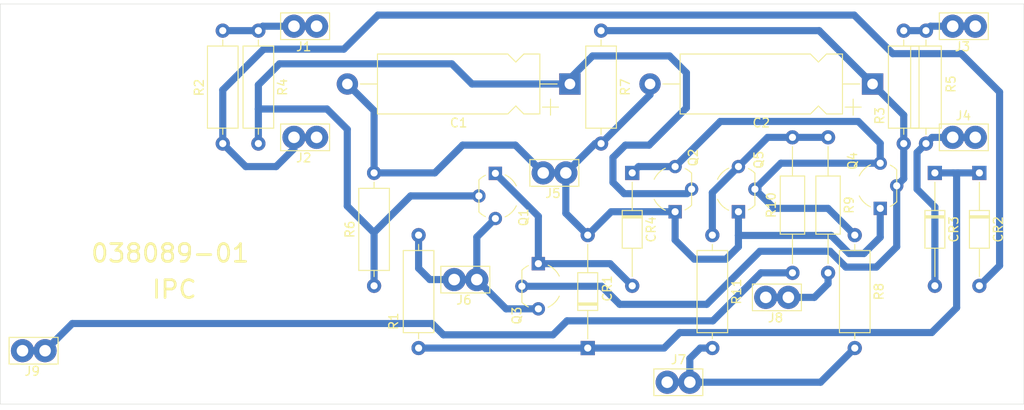
<source format=kicad_pcb>
(kicad_pcb (version 20240108) (generator "pcbnew") (generator_version "8.0")
  (title_block (title "k6100 Input Protection Board") (date "2025-02-28") (rev "v1.0") (company "Marc Deslauriers"))
  (layers (0 "F.Cu" signal) (31 "B.Cu" signal) (34 "B.Paste" user) (35 "F.Paste" user) (36 "B.SilkS" user "B.Silkscreen") (37 "F.SilkS" user "F.Silkscreen") (38 "B.Mask" user) (39 "F.Mask" user) (44 "Edge.Cuts" user))
  (net 0 "")
  (net 1 "Net-(Q1-B)")
  (net 2 "Earth")
  (net 3 "Net-(Q3-B)")
  (net 4 "Net-(CR1-K)")
  (net 5 "Net-(CR2-A)")
  (net 6 "Net-(CR3-A)")
  (net 7 "Net-(J1-Pin_1)")
  (net 8 "Net-(J3-Pin_1)")
  (net 9 "+27v")
  (net 10 "-27v")
  (net 11 "Net-(J8-Pin_1)")
  (net 12 "Net-(J9-Pin_1)")
  (net 13 "Net-(Q5-C)")
  (net 14 "Net-(CR4-A)")
  (net 15 "Net-(CR4-K)")
  (footprint "Resistor_THT:R_Axial_DIN0309_L9.0mm_D3.2mm_P12.70mm_Horizontal" (layer "F.Cu") (at 219 75.7 90)
    (property "Reference" "R3")
    (property "Value" "1.2k 1%")
  )
  (footprint "Diode_THT:D_DO-35_SOD27_P12.70mm_Horizontal" (layer "F.Cu") (at 181 98.7 90)
    (property "Reference" "CR1")
    (property "Value" "1N751A 5.1v")
  )
  (footprint "Resistor_THT:R_Axial_DIN0309_L9.0mm_D3.2mm_P12.70mm_Horizontal" (layer "F.Cu") (at 157 91.7 90)
    (property "Reference" "R6")
    (property "Value" "6.8k")
  )
  (footprint "TestPoint:TestPoint_Bridge_Pitch2.54mm_Drill1.3mm" (layer "F.Cu") (at 222 62.5)
    (property "Reference" "J3")
    (property "Value" "Y Input")
  )
  (footprint "Resistor_THT:R_Axial_DIN0309_L9.0mm_D3.2mm_P12.70mm_Horizontal" (layer "F.Cu") (at 144 63 -90)
    (property "Reference" "R4")
    (property "Value" "39k")
  )
  (footprint "TestPoint:TestPoint_Bridge_Pitch2.54mm_Drill1.3mm" (layer "F.Cu") (at 148 75)
    (property "Reference" "J2")
    (property "Value" "To R701")
  )
  (footprint "Capacitor_THT:CP_Axial_L18.0mm_D6.5mm_P25.00mm_Horizontal" (layer "F.Cu") (at 213 69 180)
    (property "Reference" "C2")
    (property "Value" "100uf 25v")
  )
  (footprint "k6100:TO-92_Wide_inv" (layer "F.Cu") (at 175.455 89.21 -90)
    (property "Reference" "Q3")
    (property "Value" "2N3904")
  )
  (footprint "TestPoint:TestPoint_Bridge_Pitch2.54mm_Drill1.3mm" (layer "F.Cu") (at 176 79)
    (property "Reference" "J5")
    (property "Value" "GND")
  )
  (footprint "Diode_THT:D_DO-35_SOD27_P12.70mm_Horizontal" (layer "F.Cu") (at 186 79 -90)
    (property "Reference" "CR4")
    (property "Value" "1N914")
  )
  (footprint "TestPoint:TestPoint_Bridge_Pitch2.54mm_Drill1.3mm" (layer "F.Cu") (at 201 93)
    (property "Reference" "J8")
    (property "Value" "To D600")
  )
  (footprint "Resistor_THT:R_Axial_DIN0309_L9.0mm_D3.2mm_P12.70mm_Horizontal" (layer "F.Cu") (at 162 86 -90)
    (property "Reference" "R1")
    (property "Value" "22k")
  )
  (footprint "Resistor_THT:R_Axial_DIN0309_L9.0mm_D3.2mm_P12.70mm_Horizontal" (layer "F.Cu") (at 182.5 63 -90)
    (property "Reference" "R7")
    (property "Value" "6.8k")
  )
  (footprint "Resistor_THT:R_Axial_DIN0309_L9.0mm_D3.2mm_P12.70mm_Horizontal" (layer "F.Cu") (at 195 86 -90)
    (property "Reference" "R11")
    (property "Value" "22k")
  )
  (footprint "Resistor_THT:R_Axial_DIN0207_L6.3mm_D2.5mm_P15.24mm_Horizontal" (layer "F.Cu") (at 204 75 -90)
    (property "Reference" "R10")
    (property "Value" "2.2k")
  )
  (footprint "Resistor_THT:R_Axial_DIN0207_L6.3mm_D2.5mm_P15.24mm_Horizontal" (layer "F.Cu") (at 208 75 -90)
    (property "Reference" "R9")
    (property "Value" "4.7k")
  )
  (footprint "Capacitor_THT:CP_Axial_L18.0mm_D6.5mm_P25.00mm_Horizontal" (layer "F.Cu") (at 179 69 180)
    (property "Reference" "C1")
    (property "Value" "100uf 25v")
  )
  (footprint "Resistor_THT:R_Axial_DIN0309_L9.0mm_D3.2mm_P12.70mm_Horizontal" (layer "F.Cu") (at 140 63 -90)
    (property "Reference" "R2")
    (property "Value" "1.2k 1%")
  )
  (footprint "TestPoint:TestPoint_Bridge_Pitch2.54mm_Drill1.3mm" (layer "F.Cu") (at 166 91)
    (property "Reference" "J6")
    (property "Value" "+27v")
  )
  (footprint "Diode_THT:D_DO-35_SOD27_P12.70mm_Horizontal" (layer "F.Cu") (at 225 79 -90)
    (property "Reference" "CR2")
    (property "Value" "1N914")
  )
  (footprint "TestPoint:TestPoint_Bridge_Pitch2.54mm_Drill1.3mm" (layer "F.Cu") (at 189.93 102.545)
    (property "Reference" "J7")
    (property "Value" "-27v")
  )
  (footprint "k6100:TO-92_Wide_inv" (layer "F.Cu") (at 170.626 79.05 -90)
    (property "Reference" "Q1")
    (property "Value" "2N3904")
  )
  (footprint "TestPoint:TestPoint_Bridge_Pitch2.54mm_Drill1.3mm" (layer "F.Cu") (at 222 75)
    (property "Reference" "J4")
    (property "Value" "To R601")
  )
  (footprint "k6100:TO-92_Wide_inv" (layer "F.Cu") (at 213.861 82.987 90)
    (property "Reference" "Q4")
    (property "Value" "2N3906")
  )
  (footprint "k6100:TO-92_Wide_inv" (layer "F.Cu") (at 197.931 83.368 90)
    (property "Reference" "Q5")
    (property "Value" "2N3906")
  )
  (footprint "Diode_THT:D_DO-35_SOD27_P12.70mm_Horizontal" (layer "F.Cu") (at 220 79 -90)
    (property "Reference" "CR3")
    (property "Value" "1N914")
  )
  (footprint "TestPoint:TestPoint_Bridge_Pitch2.54mm_Drill1.3mm" (layer "F.Cu") (at 148 62.5)
    (property "Reference" "J1")
    (property "Value" "X Input")
  )
  (footprint "k6100:TO-92_Wide_inv" (layer "F.Cu") (at 190.819 83.368 90)
    (property "Reference" "Q2")
    (property "Value" "2N3906")
  )
  (footprint "TestPoint:TestPoint_Bridge_Pitch2.54mm_Drill1.3mm" (layer "F.Cu") (at 117.5 99)
    (property "Reference" "J9")
    (property "Value" "To D700")
  )
  (footprint "Resistor_THT:R_Axial_DIN0309_L9.0mm_D3.2mm_P12.70mm_Horizontal" (layer "F.Cu") (at 211 86 -90)
    (property "Reference" "R8")
    (property "Value" "22k")
  )
  (footprint "Resistor_THT:R_Axial_DIN0309_L9.0mm_D3.2mm_P12.70mm_Horizontal" (layer "F.Cu") (at 216.5 63 -90)
    (property "Reference" "R5")
    (property "Value" "27k")
  )
  (gr_rect (start 115 60) (end 230 105) (stroke (width 0.05)) (fill none) (layer "Edge.Cuts"))
  (gr_text "IPC" (at 131.891 93.274 0) (layer "F.SilkS") (effects (font (size 2 2) (thickness 0.3)) (justify left bottom)))
  (gr_text "038089-01" (at 125.033 89.21 0) (layer "F.SilkS") (effects (font (size 2 2) (thickness 0.3) (bold yes)) (justify left bottom)))
  (segment (start 181.548 65.842) (end 190.184 65.842) (width 0.8) (layer "B.Cu") (net 1))
  (segment (start 165.731 66.731) (end 168 69) (width 0.8) (layer "B.Cu") (net 1))
  (segment (start 183.834 80.066) (end 185.104 81.336) (width 0.8) (layer "B.Cu") (net 1))
  (segment (start 144 71.811) (end 144 69.1) (width 0.8) (layer "B.Cu") (net 1))
  (segment (start 179 69) (end 168 69) (width 0.8) (layer "B.Cu") (net 1))
  (segment (start 185.104 81.336) (end 192.161 81.336) (width 0.8) (layer "B.Cu") (net 1))
  (segment (start 185.231 75.875) (end 183.834 77.272) (width 0.8) (layer "B.Cu") (net 1))
  (segment (start 187.898 75.875) (end 185.231 75.875) (width 0.8) (layer "B.Cu") (net 1))
  (segment (start 146.369 66.731) (end 165.731 66.731) (width 0.8) (layer "B.Cu") (net 1))
  (segment (start 157 85.691) (end 156.947 85.691) (width 0.8) (layer "B.Cu") (net 1))
  (segment (start 153.989 74.097) (end 151.703 71.811) (width 0.8) (layer "B.Cu") (net 1))
  (segment (start 157 85.691) (end 157 91.7) (width 0.8) (layer "B.Cu") (net 1))
  (segment (start 156.947 85.691) (end 153.989 82.733) (width 0.8) (layer "B.Cu") (net 1))
  (segment (start 153.989 82.733) (end 153.989 74.097) (width 0.8) (layer "B.Cu") (net 1))
  (segment (start 192.161 81.336) (end 192.669 80.828) (width 0.8) (layer "B.Cu") (net 1))
  (segment (start 190.184 65.842) (end 192.089 67.747) (width 0.8) (layer "B.Cu") (net 1))
  (segment (start 192.089 67.747) (end 192.089 71.684) (width 0.8) (layer "B.Cu") (net 1))
  (segment (start 192.089 71.684) (end 187.898 75.875) (width 0.8) (layer "B.Cu") (net 1))
  (segment (start 151.703 71.811) (end 144 71.811) (width 0.8) (layer "B.Cu") (net 1))
  (segment (start 144 69.1) (end 146.369 66.731) (width 0.8) (layer "B.Cu") (net 1))
  (segment (start 161.101 81.59) (end 157 85.691) (width 0.8) (layer "B.Cu") (net 1))
  (segment (start 179 68.39) (end 181.548 65.842) (width 0.8) (layer "B.Cu") (net 1))
  (segment (start 183.834 77.272) (end 183.834 80.066) (width 0.8) (layer "B.Cu") (net 1))
  (segment (start 168.776 81.59) (end 161.101 81.59) (width 0.8) (layer "B.Cu") (net 1))
  (segment (start 144 75.7) (end 144 71.811) (width 0.8) (layer "B.Cu") (net 1))
  (segment (start 179 69) (end 179 68.39) (width 0.8) (layer "B.Cu") (net 1))
  (segment (start 208.345 86.035) (end 197.931 86.035) (width 0.8) (layer "B.Cu") (net 2))
  (segment (start 212.028 88.067) (end 210.377 88.067) (width 0.8) (layer "B.Cu") (net 2))
  (segment (start 181.84 75.7) (end 178.54 79) (width 0.8) (layer "B.Cu") (net 2))
  (segment (start 188 70.2) (end 188 69) (width 0.8) (layer "B.Cu") (net 2))
  (segment (start 197.931 87.305) (end 196.534 88.702) (width 0.8) (layer "B.Cu") (net 2))
  (segment (start 197.931 86.035) (end 197.931 87.305) (width 0.8) (layer "B.Cu") (net 2))
  (segment (start 172.875 75.875) (end 166.943 75.875) (width 0.8) (layer "B.Cu") (net 2))
  (segment (start 210.377 88.067) (end 208.345 86.035) (width 0.8) (layer "B.Cu") (net 2))
  (segment (start 182.5 75.7) (end 181.84 75.7) (width 0.8) (layer "B.Cu") (net 2))
  (segment (start 178.54 83.54) (end 181 86) (width 0.8) (layer "B.Cu") (net 2))
  (segment (start 213.861 86.234) (end 212.028 88.067) (width 0.8) (layer "B.Cu") (net 2))
  (segment (start 197.931 83.368) (end 197.931 86.035) (width 0.8) (layer "B.Cu") (net 2))
  (segment (start 190.819 83.368) (end 183.632 83.368) (width 0.8) (layer "B.Cu") (net 2))
  (segment (start 192.978 88.702) (end 190.819 86.543) (width 0.8) (layer "B.Cu") (net 2))
  (segment (start 178.54 79) (end 178.54 83.54) (width 0.8) (layer "B.Cu") (net 2))
  (segment (start 163.818 79) (end 157 79) (width 0.8) (layer "B.Cu") (net 2))
  (segment (start 178.54 79) (end 176 79) (width 0.8) (layer "B.Cu") (net 2))
  (segment (start 183.632 83.368) (end 181 86) (width 0.8) (layer "B.Cu") (net 2))
  (segment (start 196.534 88.702) (end 192.978 88.702) (width 0.8) (layer "B.Cu") (net 2))
  (segment (start 182.5 75.7) (end 188 70.2) (width 0.8) (layer "B.Cu") (net 2))
  (segment (start 176 79) (end 172.875 75.875) (width 0.8) (layer "B.Cu") (net 2))
  (segment (start 157 72) (end 154 69) (width 0.8) (layer "B.Cu") (net 2))
  (segment (start 213.861 82.987) (end 213.861 86.234) (width 0.8) (layer "B.Cu") (net 2))
  (segment (start 190.819 86.543) (end 190.819 83.368) (width 0.8) (layer "B.Cu") (net 2))
  (segment (start 157 79) (end 157 72) (width 0.8) (layer "B.Cu") (net 2))
  (segment (start 166.943 75.875) (end 163.818 79) (width 0.8) (layer "B.Cu") (net 2))
  (segment (start 213.425 89.591) (end 215.711 87.305) (width 0.8) (layer "B.Cu") (net 3))
  (segment (start 207 63) (end 182.5 63) (width 0.8) (layer "B.Cu") (net 3))
  (segment (start 173.605 91.75) (end 182.564 91.75) (width 0.8) (layer "B.Cu") (net 3))
  (segment (start 213 69) (end 207 63) (width 0.8) (layer "B.Cu") (net 3))
  (segment (start 216.5 75.7) (end 216.5 72.5) (width 0.8) (layer "B.Cu") (net 3))
  (segment (start 216.5 79.658) (end 215.711 80.447) (width 0.8) (layer "B.Cu") (net 3))
  (segment (start 184.596 93.782) (end 194.375 93.782) (width 0.8) (layer "B.Cu") (net 3))
  (segment (start 208.218 87.813) (end 209.996 89.591) (width 0.8) (layer "B.Cu") (net 3))
  (segment (start 200.344 87.813) (end 208.218 87.813) (width 0.8) (layer "B.Cu") (net 3))
  (segment (start 216.5 72.5) (end 213 69) (width 0.8) (layer "B.Cu") (net 3))
  (segment (start 209.996 89.591) (end 213.425 89.591) (width 0.8) (layer "B.Cu") (net 3))
  (segment (start 216.5 75.7) (end 216.5 79.658) (width 0.8) (layer "B.Cu") (net 3))
  (segment (start 215.711 87.305) (end 215.711 80.447) (width 0.8) (layer "B.Cu") (net 3))
  (segment (start 194.375 93.782) (end 200.344 87.813) (width 0.8) (layer "B.Cu") (net 3))
  (segment (start 182.564 91.75) (end 184.596 93.782) (width 0.8) (layer "B.Cu") (net 3))
  (segment (start 222.442 94.163) (end 222.442 79.127) (width 0.8) (layer "B.Cu") (net 4))
  (segment (start 225 79) (end 222.569 79) (width 0.8) (layer "B.Cu") (net 4))
  (segment (start 181 98.7) (end 189.584 98.7) (width 0.8) (layer "B.Cu") (net 4))
  (segment (start 222.442 79.127) (end 222.569 79) (width 0.8) (layer "B.Cu") (net 4))
  (segment (start 181 98.7) (end 162 98.7) (width 0.8) (layer "B.Cu") (net 4))
  (segment (start 191.327 96.957) (end 219.648 96.957) (width 0.8) (layer "B.Cu") (net 4))
  (segment (start 189.584 98.7) (end 191.327 96.957) (width 0.8) (layer "B.Cu") (net 4))
  (segment (start 222.569 79) (end 222.061 79) (width 0.8) (layer "B.Cu") (net 4))
  (segment (start 222.061 79) (end 220 79) (width 0.8) (layer "B.Cu") (net 4))
  (segment (start 219.648 96.957) (end 222.442 94.163) (width 0.8) (layer "B.Cu") (net 4))
  (segment (start 148 76.276) (end 145.988 78.288) (width 0.8) (layer "B.Cu") (net 5))
  (segment (start 142.588 78.288) (end 140 75.7) (width 0.8) (layer "B.Cu") (net 5))
  (segment (start 225 91.7) (end 227.268 89.432) (width 0.8) (layer "B.Cu") (net 5))
  (segment (start 144.591 65.08) (end 140 69.671) (width 0.8) (layer "B.Cu") (net 5))
  (segment (start 157.438003 61.249997) (end 153.608 65.08) (width 0.8) (layer "B.Cu") (net 5))
  (segment (start 210.937003 61.249997) (end 157.438003 61.249997) (width 0.8) (layer "B.Cu") (net 5))
  (segment (start 153.608 65.08) (end 144.591 65.08) (width 0.8) (layer "B.Cu") (net 5))
  (segment (start 150.54 75) (end 148 75) (width 0.8) (layer "B.Cu") (net 5))
  (segment (start 215.275006 65.588) (end 210.937003 61.249997) (width 0.8) (layer "B.Cu") (net 5))
  (segment (start 227.268 89.432) (end 227.268 69.906) (width 0.8) (layer "B.Cu") (net 5))
  (segment (start 227.268 69.906) (end 222.95 65.588) (width 0.8) (layer "B.Cu") (net 5))
  (segment (start 145.988 78.288) (end 142.588 78.288) (width 0.8) (layer "B.Cu") (net 5))
  (segment (start 148 75) (end 148 76.276) (width 0.8) (layer "B.Cu") (net 5))
  (segment (start 140 69.671) (end 140 75.7) (width 0.8) (layer "B.Cu") (net 5))
  (segment (start 222.95 65.588) (end 215.275006 65.588) (width 0.8) (layer "B.Cu") (net 5))
  (segment (start 217.997 80.828) (end 217.997 76.703) (width 0.8) (layer "B.Cu") (net 6))
  (segment (start 220 91.7) (end 220 82.831) (width 0.8) (layer "B.Cu") (net 6))
  (segment (start 224.54 75) (end 222 75) (width 0.8) (layer "B.Cu") (net 6))
  (segment (start 219.7 75) (end 219 75.7) (width 0.8) (layer "B.Cu") (net 6))
  (segment (start 222 75) (end 219.7 75) (width 0.8) (layer "B.Cu") (net 6))
  (segment (start 220 82.831) (end 217.997 80.828) (width 0.8) (layer "B.Cu") (net 6))
  (segment (start 217.997 76.703) (end 219 75.7) (width 0.8) (layer "B.Cu") (net 6))
  (segment (start 144.5 62.5) (end 144 63) (width 0.8) (layer "B.Cu") (net 7))
  (segment (start 148 62.5) (end 144.5 62.5) (width 0.8) (layer "B.Cu") (net 7))
  (segment (start 150.54 62.5) (end 148 62.5) (width 0.8) (layer "B.Cu") (net 7))
  (segment (start 144 63) (end 140 63) (width 0.8) (layer "B.Cu") (net 7))
  (segment (start 222 62.5) (end 219.5 62.5) (width 0.8) (layer "B.Cu") (net 8))
  (segment (start 219.5 62.5) (end 219 63) (width 0.8) (layer "B.Cu") (net 8))
  (segment (start 216.5 63) (end 219 63) (width 0.8) (layer "B.Cu") (net 8))
  (segment (start 224.54 62.5) (end 222 62.5) (width 0.8) (layer "B.Cu") (net 8))
  (segment (start 171.83 94.29) (end 168.54 91) (width 0.8) (layer "B.Cu") (net 9))
  (segment (start 168.54 86.216) (end 168.54 91) (width 0.8) (layer "B.Cu") (net 9))
  (segment (start 168.54 91) (end 166 91) (width 0.8) (layer "B.Cu") (net 9))
  (segment (start 170.626 84.13) (end 168.54 86.216) (width 0.8) (layer "B.Cu") (net 9))
  (segment (start 162 86) (end 162 89.728) (width 0.8) (layer "B.Cu") (net 9))
  (segment (start 163.272 91) (end 166 91) (width 0.8) (layer "B.Cu") (net 9))
  (segment (start 162 89.728) (end 163.272 91) (width 0.8) (layer "B.Cu") (net 9))
  (segment (start 175.455 94.29) (end 171.83 94.29) (width 0.8) (layer "B.Cu") (net 9))
  (segment (start 193.648 98.7) (end 192.47 99.878) (width 0.8) (layer "B.Cu") (net 10))
  (segment (start 207.155 102.545) (end 211 98.7) (width 0.8) (layer "B.Cu") (net 10))
  (segment (start 192.47 99.878) (end 192.47 102.545) (width 0.8) (layer "B.Cu") (net 10))
  (segment (start 195 98.7) (end 193.648 98.7) (width 0.8) (layer "B.Cu") (net 10))
  (segment (start 192.47 102.545) (end 189.93 102.545) (width 0.8) (layer "B.Cu") (net 10))
  (segment (start 192.47 102.545) (end 207.155 102.545) (width 0.8) (layer "B.Cu") (net 10))
  (segment (start 208 91.46) (end 206.46 93) (width 0.8) (layer "B.Cu") (net 11))
  (segment (start 206.46 93) (end 203.54 93) (width 0.8) (layer "B.Cu") (net 11))
  (segment (start 203.54 93) (end 201 93) (width 0.8) (layer "B.Cu") (net 11))
  (segment (start 208 90.24) (end 208 91.46) (width 0.8) (layer "B.Cu") (net 11))
  (segment (start 163.514 95.941) (end 123.099 95.941) (width 0.8) (layer "B.Cu") (net 12))
  (segment (start 204 90.24) (end 200.457 90.24) (width 0.8) (layer "B.Cu") (net 12))
  (segment (start 200.457 90.24) (end 195.057 95.64) (width 0.8) (layer "B.Cu") (net 12))
  (segment (start 164.784 97.211) (end 163.514 95.941) (width 0.8) (layer "B.Cu") (net 12))
  (segment (start 177.103 97.211) (end 164.784 97.211) (width 0.8) (layer "B.Cu") (net 12))
  (segment (start 123.099 95.941) (end 120.04 99) (width 0.8) (layer "B.Cu") (net 12))
  (segment (start 195.057 95.64) (end 178.674 95.64) (width 0.8) (layer "B.Cu") (net 12))
  (segment (start 178.674 95.64) (end 177.103 97.211) (width 0.8) (layer "B.Cu") (net 12))
  (segment (start 117.5 99) (end 120.04 99) (width 0.8) (layer "B.Cu") (net 12))
  (segment (start 197.931 78.288) (end 195 81.219) (width 0.8) (layer "B.Cu") (net 13))
  (segment (start 204 75) (end 208 75) (width 0.8) (layer "B.Cu") (net 13))
  (segment (start 195 81.219) (end 195 86) (width 0.8) (layer "B.Cu") (net 13))
  (segment (start 197.931 78.288) (end 201.219 75) (width 0.8) (layer "B.Cu") (net 13))
  (segment (start 201.219 75) (end 204 75) (width 0.8) (layer "B.Cu") (net 13))
  (segment (start 183.51 89.21) (end 186 91.7) (width 0.8) (layer "B.Cu") (net 14))
  (segment (start 175.455 89.21) (end 183.51 89.21) (width 0.8) (layer "B.Cu") (net 14))
  (segment (start 170.626 79.05) (end 175.455 83.879) (width 0.8) (layer "B.Cu") (net 14))
  (segment (start 175.455 83.879) (end 175.455 89.21) (width 0.8) (layer "B.Cu") (net 14))
  (segment (start 213.861 77.907) (end 213.861 75.676) (width 0.8) (layer "B.Cu") (net 15))
  (segment (start 190.819 78.288) (end 186.712 78.288) (width 0.8) (layer "B.Cu") (net 15))
  (segment (start 186.712 78.288) (end 186 79) (width 0.8) (layer "B.Cu") (net 15))
  (segment (start 195.899 73.208) (end 190.819 78.288) (width 0.8) (layer "B.Cu") (net 15))
  (segment (start 211.393 73.208) (end 195.899 73.208) (width 0.8) (layer "B.Cu") (net 15))
  (segment (start 213.861 75.676) (end 211.393 73.208) (width 0.8) (layer "B.Cu") (net 15))
  (segment (start 202.702 77.907) (end 199.781 80.828) (width 0.8) (layer "B.Cu") (net 15))
  (segment (start 207.987 82.987) (end 201.94 82.987) (width 0.8) (layer "B.Cu") (net 15))
  (segment (start 201.94 82.987) (end 199.781 80.828) (width 0.8) (layer "B.Cu") (net 15))
  (segment (start 211 86) (end 207.987 82.987) (width 0.8) (layer "B.Cu") (net 15))
  (segment (start 213.861 77.907) (end 202.702 77.907) (width 0.8) (layer "B.Cu") (net 15))
)
</source>
